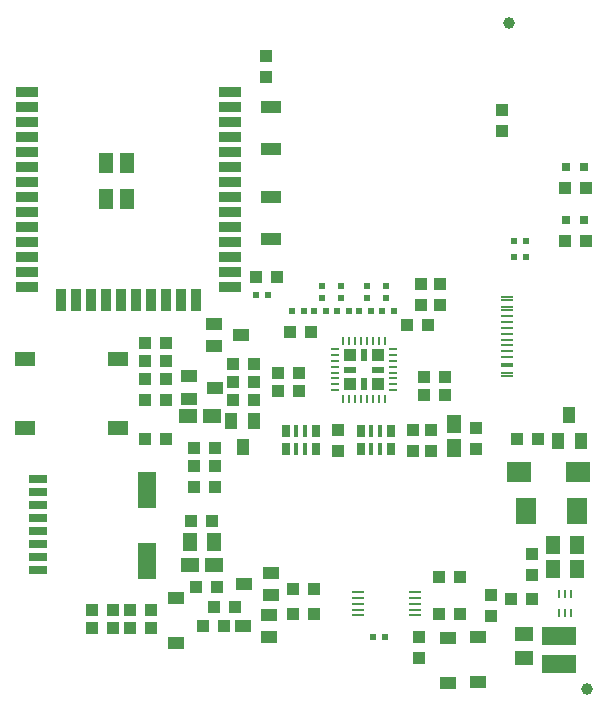
<source format=gbr>
%TF.GenerationSoftware,KiCad,Pcbnew,5.1.0-rc2-unknown-036be7d~80~ubuntu16.04.1*%
%TF.CreationDate,2024-05-15T09:47:00+03:00*%
%TF.ProjectId,ESP32-GATEWAY_Rev_H,45535033-322d-4474-9154-455741595f52,H*%
%TF.SameCoordinates,PX425f360PY7b4bf70*%
%TF.FileFunction,Paste,Top*%
%TF.FilePolarity,Positive*%
%FSLAX46Y46*%
G04 Gerber Fmt 4.6, Leading zero omitted, Abs format (unit mm)*
G04 Created by KiCad (PCBNEW 5.1.0-rc2-unknown-036be7d~80~ubuntu16.04.1) date 2024-05-15 09:47:00*
%MOMM*%
%LPD*%
G04 APERTURE LIST*
%ADD10R,0.600000X1.000000*%
%ADD11R,1.000000X0.600000*%
%ADD12R,1.000000X1.000000*%
%ADD13R,0.230000X0.780000*%
%ADD14R,0.780000X0.230000*%
%ADD15R,1.130000X0.230000*%
%ADD16R,1.130000X0.280000*%
%ADD17R,1.400000X1.000000*%
%ADD18R,1.016000X1.016000*%
%ADD19R,0.980000X0.230000*%
%ADD20R,1.901600X0.901600*%
%ADD21R,0.901600X1.901600*%
%ADD22R,1.200000X1.800000*%
%ADD23R,1.500000X3.100000*%
%ADD24R,1.500000X0.800000*%
%ADD25R,1.524000X1.270000*%
%ADD26R,1.000000X1.400000*%
%ADD27R,1.778000X2.286000*%
%ADD28R,0.800000X0.800000*%
%ADD29R,1.270000X1.524000*%
%ADD30R,2.000000X1.700000*%
%ADD31R,1.778000X1.016000*%
%ADD32R,3.000000X1.600000*%
%ADD33R,0.381000X1.016000*%
%ADD34R,0.635000X1.016000*%
%ADD35R,1.778000X1.270000*%
%ADD36R,0.550000X0.500000*%
%ADD37C,1.000000*%
%ADD38R,0.500000X0.550000*%
%ADD39R,0.230000X0.750000*%
G04 APERTURE END LIST*
D10*
X30353000Y30042000D03*
D11*
X31553000Y31242000D03*
X29153000Y31242000D03*
D12*
X29153000Y32442000D03*
X29153000Y30042000D03*
X31553000Y30042000D03*
X31553000Y32442000D03*
D10*
X30353000Y32442000D03*
D13*
X28603000Y33692000D03*
X29103000Y33692000D03*
X29603000Y33692000D03*
X30103000Y33692000D03*
X30603000Y33692000D03*
X31103000Y33692000D03*
X31603000Y33692000D03*
X32103000Y33692000D03*
D14*
X32803000Y32992000D03*
X32803000Y32492000D03*
X32803000Y31992000D03*
X32803000Y31492000D03*
X32803000Y30992000D03*
X32803000Y30492000D03*
X32803000Y29992000D03*
X32803000Y29492000D03*
D13*
X32103000Y28792000D03*
X31603000Y28792000D03*
X31103000Y28792000D03*
X30603000Y28792000D03*
X30103000Y28792000D03*
X29603000Y28792000D03*
X29103000Y28792000D03*
X28603000Y28792000D03*
D14*
X27903000Y29492000D03*
X27903000Y29992000D03*
X27903000Y30492000D03*
X27903000Y30992000D03*
X27903000Y31492000D03*
X27903000Y31992000D03*
X27903000Y32492000D03*
X27903000Y32992000D03*
D15*
X42423000Y32286000D03*
X42423000Y32786000D03*
X42423000Y33286000D03*
X42423000Y35786000D03*
X42423000Y34286000D03*
X42423000Y35286000D03*
X42423000Y34786000D03*
X42423000Y33786000D03*
D16*
X42423000Y31761000D03*
X42423000Y36311000D03*
X42423000Y31511000D03*
X42423000Y36561000D03*
X42423000Y30961000D03*
X42423000Y37111000D03*
X42423000Y30711000D03*
X42423000Y37361000D03*
D17*
X40005000Y8631000D03*
X40005000Y4831000D03*
D18*
X42799000Y11811000D03*
X44577000Y11811000D03*
X35052000Y6858000D03*
X35052000Y8636000D03*
D19*
X29858000Y12430000D03*
X29858000Y11930000D03*
X29858000Y11430000D03*
X29858000Y10930000D03*
X29858000Y10430000D03*
X34658000Y10430000D03*
X34658000Y10930000D03*
X34658000Y11430000D03*
X34658000Y11930000D03*
X34658000Y12430000D03*
D20*
X19014000Y54713000D03*
X19014000Y53443000D03*
X19014000Y52173000D03*
X19014000Y50903000D03*
X19014000Y49633000D03*
X19014000Y48363000D03*
X19014000Y47093000D03*
X19014000Y45823000D03*
X19014000Y44553000D03*
X19014000Y43283000D03*
X19014000Y42013000D03*
X19014000Y40743000D03*
X19014000Y39473000D03*
X19014000Y38203000D03*
D21*
X16144000Y37103000D03*
X14874000Y37103000D03*
X13604000Y37103000D03*
X12334000Y37103000D03*
X11064000Y37103000D03*
X9794000Y37103000D03*
X8524000Y37103000D03*
X7254000Y37103000D03*
X5984000Y37103000D03*
X4714000Y37103000D03*
D20*
X1814000Y38203000D03*
X1814000Y39473000D03*
X1814000Y40743000D03*
X1814000Y42013000D03*
X1814000Y43283000D03*
X1814000Y44553000D03*
X1814000Y45823000D03*
X1814000Y47093000D03*
X1814000Y48363000D03*
X1814000Y49633000D03*
X1814000Y50903000D03*
X1814000Y52173000D03*
X1814000Y53443000D03*
X1814000Y54713000D03*
D22*
X8514000Y48703000D03*
X8514000Y45703000D03*
X10314000Y48703000D03*
X10314000Y45703000D03*
D18*
X16129000Y12827000D03*
X17907000Y12827000D03*
D23*
X11981000Y15011000D03*
X11981000Y21071000D03*
D24*
X2731000Y22011000D03*
X2731000Y20911000D03*
X2731000Y19811000D03*
X2731000Y18711000D03*
X2731000Y17611000D03*
X2731000Y16511000D03*
X2731000Y15411000D03*
X2731000Y14311000D03*
D18*
X19304000Y31750000D03*
X21082000Y31750000D03*
D25*
X15494000Y27305000D03*
X17526000Y27305000D03*
D18*
X21081999Y30226000D03*
X19303999Y30226000D03*
D17*
X17688560Y35112960D03*
X17688560Y33210500D03*
X19898360Y34165540D03*
D18*
X21081999Y28702000D03*
X19303999Y28702000D03*
D26*
X21015960Y26888440D03*
X19113500Y26888440D03*
X20068540Y24678640D03*
D27*
X44051000Y19304000D03*
X48405000Y19304000D03*
D18*
X16002000Y24638000D03*
X17780000Y24638000D03*
X10541000Y9398000D03*
X12319000Y9398000D03*
X49149000Y46609000D03*
X47371000Y46609000D03*
D28*
X49022000Y48387000D03*
X47498000Y48387000D03*
D18*
X16764000Y9525000D03*
X18542000Y9525000D03*
D29*
X46355000Y14351000D03*
X48387000Y14351000D03*
X46355000Y16383000D03*
X48387000Y16383000D03*
D18*
X44577000Y15621000D03*
X44577000Y13843000D03*
X47371000Y42164000D03*
X49149000Y42164000D03*
X13589000Y30480000D03*
X11811000Y30480000D03*
X11811000Y32004000D03*
X13589000Y32004000D03*
X24384000Y10541000D03*
X26162000Y10541000D03*
X43307000Y25400000D03*
X45085000Y25400000D03*
D30*
X48474000Y22606000D03*
X43474000Y22606000D03*
D18*
X38481000Y13716000D03*
X36703000Y13716000D03*
X38481000Y10541000D03*
X36703000Y10541000D03*
D31*
X22479000Y53467000D03*
X22479000Y49911000D03*
X22479000Y42291000D03*
X22479000Y45847000D03*
D18*
X15748000Y18415000D03*
X17526000Y18415000D03*
X24384000Y12700000D03*
X26162000Y12700000D03*
X41148000Y10414000D03*
X41148000Y12192000D03*
X37211000Y29083000D03*
X35433000Y29083000D03*
X42037000Y51435000D03*
X42037000Y53213000D03*
X22098000Y57785000D03*
X22098000Y56007000D03*
X11811000Y28702000D03*
X13589000Y28702000D03*
X11811000Y25400000D03*
X13589000Y25400000D03*
X13589000Y33528000D03*
X11811000Y33528000D03*
D28*
X49022000Y43942000D03*
X47498000Y43942000D03*
D18*
X35433000Y30607000D03*
X37211000Y30607000D03*
X23114000Y30988000D03*
X24892000Y30988000D03*
X23114000Y29464000D03*
X24892000Y29464000D03*
X24130000Y34417000D03*
X25908000Y34417000D03*
X35814000Y35052000D03*
X34036000Y35052000D03*
X28194000Y24384000D03*
X28194000Y26162000D03*
X39878000Y24511000D03*
X39878000Y26289000D03*
X36830000Y36703000D03*
X36830000Y38481000D03*
D29*
X17653000Y16637000D03*
X15621000Y16637000D03*
D18*
X34544000Y26162000D03*
X34544000Y24384000D03*
X36068000Y26162000D03*
X36068000Y24384000D03*
D25*
X43942000Y8890000D03*
X43942000Y6858000D03*
X17653000Y14732000D03*
X15621000Y14732000D03*
D17*
X22316440Y8575040D03*
X22316440Y10477500D03*
X20106640Y9522460D03*
X22443440Y12131040D03*
X22443440Y14033500D03*
X20233640Y13078460D03*
D32*
X46863000Y6293000D03*
X46863000Y8693000D03*
D26*
X46802040Y25181560D03*
X48704500Y25181560D03*
X47749460Y27391360D03*
D29*
X37973000Y24638000D03*
X37973000Y26670000D03*
D33*
X30988000Y26035000D03*
X31750000Y26035000D03*
X30988000Y24511000D03*
X31750000Y24511000D03*
D34*
X30099000Y26035000D03*
X30099000Y24511000D03*
X32639000Y26035000D03*
X32639000Y24511000D03*
D33*
X25400000Y24511000D03*
X24638000Y24511000D03*
X25400000Y26035000D03*
X24638000Y26035000D03*
D34*
X26289000Y24511000D03*
X26289000Y26035000D03*
X23749000Y24511000D03*
X23749000Y26035000D03*
D35*
X1651000Y26289000D03*
X9525000Y26289000D03*
X1651000Y32131000D03*
X9525000Y32131000D03*
D18*
X17780000Y21336000D03*
X16002000Y21336000D03*
X10541000Y10922000D03*
X12319000Y10922000D03*
X7366000Y10922000D03*
X9144000Y10922000D03*
X7366000Y9398000D03*
X9144000Y9398000D03*
X16002000Y23114000D03*
X17780000Y23114000D03*
D17*
X17737000Y29718000D03*
X15537000Y28768000D03*
X15537000Y30668000D03*
X37465000Y4704000D03*
X37465000Y8504000D03*
D18*
X35179000Y38481000D03*
X35179000Y36703000D03*
X17653000Y11176000D03*
X19431000Y11176000D03*
X21209000Y39116000D03*
X22987000Y39116000D03*
D17*
X14478000Y11933000D03*
X14478000Y8133000D03*
D36*
X28448000Y38354000D03*
X28448000Y37338000D03*
X26797000Y37338000D03*
X26797000Y38354000D03*
X32258000Y38354000D03*
X32258000Y37338000D03*
X30607000Y37338000D03*
X30607000Y38354000D03*
D37*
X42672000Y60579000D03*
X49276000Y4191000D03*
D38*
X26162000Y36195000D03*
X27178000Y36195000D03*
X32893000Y36195000D03*
X31877000Y36195000D03*
X29972000Y36195000D03*
X30988000Y36195000D03*
X29083000Y36195000D03*
X28067000Y36195000D03*
X21209000Y37592000D03*
X22225000Y37592000D03*
X25273000Y36195000D03*
X24257000Y36195000D03*
D39*
X46871000Y10655000D03*
X47371000Y10655000D03*
X47871000Y10655000D03*
X46871000Y12205000D03*
X47371000Y12205000D03*
X47871000Y12205000D03*
D38*
X43053000Y40767000D03*
X44069000Y40767000D03*
X44069000Y42164000D03*
X43053000Y42164000D03*
X31115000Y8636000D03*
X32131000Y8636000D03*
M02*

</source>
